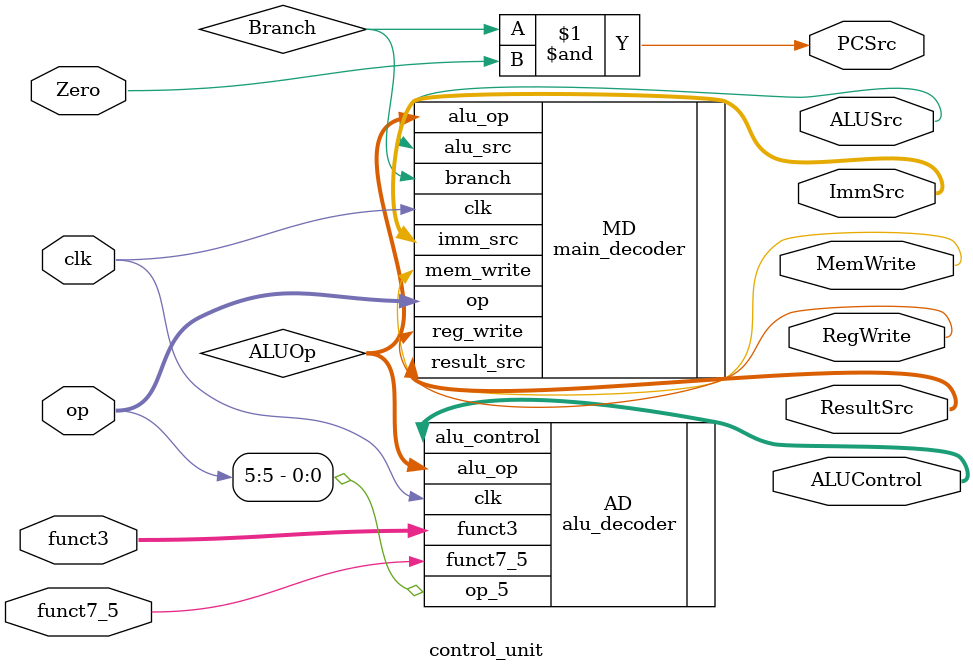
<source format=v>
module control_unit (
	input clk, funct7_5, Zero,
	input [6:0] op,
	input [2:0] funct3,
	
	output PCSrc, MemWrite, ALUSrc, RegWrite, //Jump,
	output [2:0] ALUControl,
	output [1:0] ResultSrc, ImmSrc
);

	wire Branch;
	wire [1:0] ALUOp;
	
	main_decoder MD ( 
		.clk(clk),
		.op(op),
		.branch(Branch),
		//.jump(Jump),
		.mem_write(MemWrite),
		.alu_src(ALUSrc),
		.reg_write(RegWrite),
		.result_src(ResultSrc),
		.imm_src(ImmSrc),
		.alu_op(ALUOp)
	);
	
	alu_decoder AD (
		.clk(clk),
		.op_5(op[5]),
		.funct7_5(funct7_5),
		.funct3(funct3),
		.alu_op(ALUOp),
		.alu_control(ALUControl)
	);
	
	assign PCSrc = Branch & Zero ;//| Jump;

endmodule
</source>
